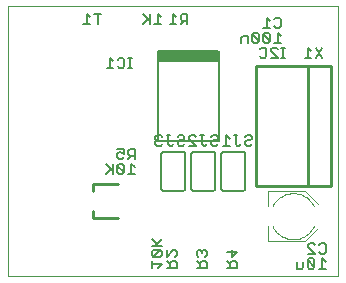
<source format=gbo>
G75*
G70*
%OFA0B0*%
%FSLAX24Y24*%
%IPPOS*%
%LPD*%
%AMOC8*
5,1,8,0,0,1.08239X$1,22.5*
%
%ADD10C,0.0000*%
%ADD11C,0.0080*%
%ADD12R,0.2047X0.0384*%
%ADD13C,0.0060*%
%ADD14C,0.0100*%
%ADD15C,0.0040*%
D10*
X000151Y000151D02*
X000151Y009151D01*
X011151Y009151D01*
X011151Y000151D01*
X000151Y000151D01*
D11*
X005128Y004655D02*
X005128Y007647D01*
X007175Y007647D02*
X007175Y004655D01*
X005128Y004655D01*
D12*
X006151Y007495D03*
D13*
X006121Y008556D02*
X006121Y008896D01*
X005951Y008896D01*
X005894Y008840D01*
X005894Y008726D01*
X005951Y008670D01*
X006121Y008670D01*
X006008Y008670D02*
X005894Y008556D01*
X005753Y008556D02*
X005526Y008556D01*
X005639Y008556D02*
X005639Y008896D01*
X005753Y008783D01*
X005246Y008783D02*
X005133Y008896D01*
X005133Y008556D01*
X005246Y008556D02*
X005019Y008556D01*
X004878Y008556D02*
X004878Y008896D01*
X004821Y008726D02*
X004651Y008556D01*
X004878Y008670D02*
X004651Y008896D01*
X003246Y008896D02*
X003019Y008896D01*
X003133Y008896D02*
X003133Y008556D01*
X002878Y008556D02*
X002651Y008556D01*
X002764Y008556D02*
X002764Y008896D01*
X002878Y008783D01*
X003543Y007427D02*
X003543Y007087D01*
X003656Y007087D02*
X003429Y007087D01*
X003656Y007314D02*
X003543Y007427D01*
X003797Y007371D02*
X003854Y007427D01*
X003968Y007427D01*
X004024Y007371D01*
X004024Y007144D01*
X003968Y007087D01*
X003854Y007087D01*
X003797Y007144D01*
X004156Y007087D02*
X004270Y007087D01*
X004213Y007087D02*
X004213Y007427D01*
X004270Y007427D02*
X004156Y007427D01*
X005114Y004846D02*
X005058Y004790D01*
X005058Y004733D01*
X005114Y004676D01*
X005058Y004620D01*
X005058Y004563D01*
X005114Y004506D01*
X005228Y004506D01*
X005285Y004563D01*
X005171Y004676D02*
X005114Y004676D01*
X005228Y004846D02*
X005285Y004790D01*
X005228Y004846D02*
X005114Y004846D01*
X005426Y004846D02*
X005539Y004846D01*
X005483Y004846D02*
X005483Y004563D01*
X005539Y004506D01*
X005596Y004506D01*
X005653Y004563D01*
X005794Y004563D02*
X005851Y004506D01*
X005964Y004506D01*
X006021Y004563D01*
X005964Y004676D02*
X005851Y004676D01*
X005794Y004620D01*
X005794Y004563D01*
X005964Y004676D02*
X006021Y004733D01*
X006021Y004790D01*
X005964Y004846D01*
X005851Y004846D01*
X005794Y004790D01*
X006183Y004790D02*
X006183Y004733D01*
X006410Y004506D01*
X006183Y004506D01*
X006351Y004301D02*
X006951Y004301D01*
X006968Y004299D01*
X006985Y004295D01*
X007001Y004288D01*
X007015Y004278D01*
X007028Y004265D01*
X007038Y004251D01*
X007045Y004235D01*
X007049Y004218D01*
X007051Y004201D01*
X007051Y003101D01*
X007049Y003084D01*
X007045Y003067D01*
X007038Y003051D01*
X007028Y003037D01*
X007015Y003024D01*
X007001Y003014D01*
X006985Y003007D01*
X006968Y003003D01*
X006951Y003001D01*
X006351Y003001D01*
X006334Y003003D01*
X006317Y003007D01*
X006301Y003014D01*
X006287Y003024D01*
X006274Y003037D01*
X006264Y003051D01*
X006257Y003067D01*
X006253Y003084D01*
X006251Y003101D01*
X006251Y004201D01*
X006253Y004218D01*
X006257Y004235D01*
X006264Y004251D01*
X006274Y004265D01*
X006287Y004278D01*
X006301Y004288D01*
X006317Y004295D01*
X006334Y004299D01*
X006351Y004301D01*
X006608Y004563D02*
X006664Y004506D01*
X006721Y004506D01*
X006778Y004563D01*
X006608Y004563D02*
X006608Y004846D01*
X006664Y004846D02*
X006551Y004846D01*
X006410Y004790D02*
X006353Y004846D01*
X006239Y004846D01*
X006183Y004790D01*
X005951Y004301D02*
X005351Y004301D01*
X005334Y004299D01*
X005317Y004295D01*
X005301Y004288D01*
X005287Y004278D01*
X005274Y004265D01*
X005264Y004251D01*
X005257Y004235D01*
X005253Y004218D01*
X005251Y004201D01*
X005251Y003101D01*
X005253Y003084D01*
X005257Y003067D01*
X005264Y003051D01*
X005274Y003037D01*
X005287Y003024D01*
X005301Y003014D01*
X005317Y003007D01*
X005334Y003003D01*
X005351Y003001D01*
X005951Y003001D01*
X005968Y003003D01*
X005985Y003007D01*
X006001Y003014D01*
X006015Y003024D01*
X006028Y003037D01*
X006038Y003051D01*
X006045Y003067D01*
X006049Y003084D01*
X006051Y003101D01*
X006051Y004201D01*
X006049Y004218D01*
X006045Y004235D01*
X006038Y004251D01*
X006028Y004265D01*
X006015Y004278D01*
X006001Y004288D01*
X005985Y004295D01*
X005968Y004299D01*
X005951Y004301D01*
X006919Y004563D02*
X006976Y004506D01*
X007089Y004506D01*
X007146Y004563D01*
X007089Y004676D02*
X006976Y004676D01*
X006919Y004620D01*
X006919Y004563D01*
X007089Y004676D02*
X007146Y004733D01*
X007146Y004790D01*
X007089Y004846D01*
X006976Y004846D01*
X006919Y004790D01*
X007308Y004506D02*
X007535Y004506D01*
X007421Y004506D02*
X007421Y004846D01*
X007535Y004733D01*
X007676Y004846D02*
X007789Y004846D01*
X007733Y004846D02*
X007733Y004563D01*
X007789Y004506D01*
X007846Y004506D01*
X007903Y004563D01*
X008044Y004563D02*
X008101Y004506D01*
X008214Y004506D01*
X008271Y004563D01*
X008214Y004676D02*
X008101Y004676D01*
X008044Y004620D01*
X008044Y004563D01*
X008214Y004676D02*
X008271Y004733D01*
X008271Y004790D01*
X008214Y004846D01*
X008101Y004846D01*
X008044Y004790D01*
X007951Y004301D02*
X007351Y004301D01*
X007334Y004299D01*
X007317Y004295D01*
X007301Y004288D01*
X007287Y004278D01*
X007274Y004265D01*
X007264Y004251D01*
X007257Y004235D01*
X007253Y004218D01*
X007251Y004201D01*
X007251Y003101D01*
X007253Y003084D01*
X007257Y003067D01*
X007264Y003051D01*
X007274Y003037D01*
X007287Y003024D01*
X007301Y003014D01*
X007317Y003007D01*
X007334Y003003D01*
X007351Y003001D01*
X007951Y003001D01*
X007968Y003003D01*
X007985Y003007D01*
X008001Y003014D01*
X008015Y003024D01*
X008028Y003037D01*
X008038Y003051D01*
X008045Y003067D01*
X008049Y003084D01*
X008051Y003101D01*
X008051Y004201D01*
X008049Y004218D01*
X008045Y004235D01*
X008038Y004251D01*
X008028Y004265D01*
X008015Y004278D01*
X008001Y004288D01*
X007985Y004295D01*
X007968Y004299D01*
X007951Y004301D01*
X004371Y004396D02*
X004371Y004056D01*
X004371Y004170D02*
X004201Y004170D01*
X004144Y004226D01*
X004144Y004340D01*
X004201Y004396D01*
X004371Y004396D01*
X004258Y004170D02*
X004144Y004056D01*
X004003Y004113D02*
X003946Y004056D01*
X003833Y004056D01*
X003776Y004113D01*
X003776Y004226D01*
X003833Y004283D01*
X003889Y004283D01*
X004003Y004226D01*
X004003Y004396D01*
X003776Y004396D01*
X003833Y003896D02*
X003776Y003840D01*
X004003Y003613D01*
X003946Y003556D01*
X003833Y003556D01*
X003776Y003613D01*
X003776Y003840D01*
X003833Y003896D02*
X003946Y003896D01*
X004003Y003840D01*
X004003Y003613D01*
X004144Y003556D02*
X004371Y003556D01*
X004258Y003556D02*
X004258Y003896D01*
X004371Y003783D01*
X003635Y003896D02*
X003635Y003556D01*
X003635Y003670D02*
X003408Y003896D01*
X003578Y003726D02*
X003408Y003556D01*
X004931Y001395D02*
X005101Y001224D01*
X005045Y001168D02*
X005271Y001395D01*
X005271Y001168D02*
X004931Y001168D01*
X004988Y001026D02*
X004931Y000970D01*
X004931Y000856D01*
X004988Y000799D01*
X005215Y001026D01*
X004988Y001026D01*
X005215Y001026D02*
X005271Y000970D01*
X005271Y000856D01*
X005215Y000799D01*
X004988Y000799D01*
X004931Y000658D02*
X004931Y000431D01*
X004931Y000545D02*
X005271Y000545D01*
X005158Y000431D01*
X005431Y000431D02*
X005771Y000431D01*
X005771Y000601D01*
X005715Y000658D01*
X005601Y000658D01*
X005545Y000601D01*
X005545Y000431D01*
X005545Y000545D02*
X005431Y000658D01*
X005431Y000799D02*
X005658Y001026D01*
X005715Y001026D01*
X005771Y000970D01*
X005771Y000856D01*
X005715Y000799D01*
X005431Y000799D02*
X005431Y001026D01*
X006431Y000970D02*
X006431Y000856D01*
X006488Y000799D01*
X006431Y000658D02*
X006545Y000545D01*
X006545Y000601D02*
X006545Y000431D01*
X006431Y000431D02*
X006771Y000431D01*
X006771Y000601D01*
X006715Y000658D01*
X006601Y000658D01*
X006545Y000601D01*
X006715Y000799D02*
X006771Y000856D01*
X006771Y000970D01*
X006715Y001026D01*
X006658Y001026D01*
X006601Y000970D01*
X006545Y001026D01*
X006488Y001026D01*
X006431Y000970D01*
X006601Y000970D02*
X006601Y000913D01*
X007431Y000970D02*
X007771Y000970D01*
X007601Y000799D01*
X007601Y001026D01*
X007601Y000658D02*
X007545Y000601D01*
X007545Y000431D01*
X007545Y000545D02*
X007431Y000658D01*
X007601Y000658D02*
X007715Y000658D01*
X007771Y000601D01*
X007771Y000431D01*
X007431Y000431D01*
X009763Y000406D02*
X009763Y000633D01*
X009989Y000633D02*
X009989Y000463D01*
X009933Y000406D01*
X009763Y000406D01*
X010131Y000463D02*
X010131Y000690D01*
X010358Y000463D01*
X010301Y000406D01*
X010188Y000406D01*
X010131Y000463D01*
X010358Y000463D02*
X010358Y000690D01*
X010301Y000746D01*
X010188Y000746D01*
X010131Y000690D01*
X010138Y000906D02*
X010364Y000906D01*
X010138Y001133D01*
X010138Y001190D01*
X010194Y001246D01*
X010308Y001246D01*
X010364Y001190D01*
X010506Y001190D02*
X010563Y001246D01*
X010676Y001246D01*
X010733Y001190D01*
X010733Y000963D01*
X010676Y000906D01*
X010563Y000906D01*
X010506Y000963D01*
X010613Y000746D02*
X010613Y000406D01*
X010726Y000406D02*
X010499Y000406D01*
X010726Y000633D02*
X010613Y000746D01*
X010621Y007431D02*
X010394Y007771D01*
X010253Y007658D02*
X010139Y007771D01*
X010139Y007431D01*
X010026Y007431D02*
X010253Y007431D01*
X010394Y007431D02*
X010621Y007771D01*
X009371Y007771D02*
X009258Y007771D01*
X009314Y007771D02*
X009314Y007431D01*
X009258Y007431D02*
X009371Y007431D01*
X009126Y007431D02*
X008899Y007658D01*
X008899Y007715D01*
X008956Y007771D01*
X009069Y007771D01*
X009126Y007715D01*
X009133Y007931D02*
X009133Y008271D01*
X009246Y008158D01*
X009246Y007931D02*
X009019Y007931D01*
X008878Y007988D02*
X008651Y008215D01*
X008651Y007988D01*
X008708Y007931D01*
X008821Y007931D01*
X008878Y007988D01*
X008878Y008215D01*
X008821Y008271D01*
X008708Y008271D01*
X008651Y008215D01*
X008510Y008215D02*
X008453Y008271D01*
X008339Y008271D01*
X008283Y008215D01*
X008510Y007988D01*
X008453Y007931D01*
X008339Y007931D01*
X008283Y007988D01*
X008283Y008215D01*
X008141Y008158D02*
X007971Y008158D01*
X007914Y008101D01*
X007914Y007931D01*
X008141Y007931D02*
X008141Y008158D01*
X008510Y008215D02*
X008510Y007988D01*
X008587Y007771D02*
X008701Y007771D01*
X008757Y007715D01*
X008757Y007488D01*
X008701Y007431D01*
X008587Y007431D01*
X008531Y007488D01*
X008531Y007715D02*
X008587Y007771D01*
X008899Y007431D02*
X009126Y007431D01*
X009076Y008431D02*
X009019Y008488D01*
X009076Y008431D02*
X009189Y008431D01*
X009246Y008488D01*
X009246Y008715D01*
X009189Y008771D01*
X009076Y008771D01*
X009019Y008715D01*
X008878Y008658D02*
X008764Y008771D01*
X008764Y008431D01*
X008651Y008431D02*
X008878Y008431D01*
D14*
X008401Y007151D02*
X008401Y003151D01*
X010151Y003151D01*
X010151Y007151D01*
X008401Y007151D01*
X010151Y007151D02*
X010901Y007151D01*
X010901Y003151D01*
X010151Y003151D01*
X003809Y003222D02*
X002962Y003222D01*
X002962Y002986D01*
X002962Y002317D02*
X002962Y002080D01*
X003809Y002080D01*
D15*
X008824Y001817D02*
X008824Y001324D01*
X010045Y001324D01*
X010478Y001757D01*
X010340Y002486D02*
X010314Y002534D01*
X010285Y002581D01*
X010252Y002626D01*
X010216Y002668D01*
X010177Y002707D01*
X010136Y002744D01*
X010092Y002777D01*
X010046Y002808D01*
X009997Y002834D01*
X009947Y002857D01*
X009895Y002877D01*
X009842Y002893D01*
X009788Y002905D01*
X009734Y002913D01*
X009679Y002917D01*
X009623Y002917D01*
X009568Y002913D01*
X009514Y002905D01*
X009460Y002893D01*
X009407Y002877D01*
X009355Y002857D01*
X009305Y002834D01*
X009256Y002808D01*
X009210Y002777D01*
X009166Y002744D01*
X009125Y002707D01*
X009086Y002668D01*
X009050Y002626D01*
X009017Y002581D01*
X008988Y002534D01*
X008962Y002486D01*
X008824Y002486D02*
X008824Y002978D01*
X010045Y002978D01*
X010478Y002545D01*
X010340Y001816D02*
X010314Y001768D01*
X010285Y001721D01*
X010252Y001676D01*
X010216Y001634D01*
X010177Y001595D01*
X010136Y001558D01*
X010092Y001525D01*
X010046Y001494D01*
X009997Y001468D01*
X009947Y001445D01*
X009895Y001425D01*
X009842Y001409D01*
X009788Y001397D01*
X009734Y001389D01*
X009679Y001385D01*
X009623Y001385D01*
X009568Y001389D01*
X009514Y001397D01*
X009460Y001409D01*
X009407Y001425D01*
X009355Y001445D01*
X009305Y001468D01*
X009256Y001494D01*
X009210Y001525D01*
X009166Y001558D01*
X009125Y001595D01*
X009086Y001634D01*
X009050Y001676D01*
X009017Y001721D01*
X008988Y001768D01*
X008962Y001816D01*
M02*

</source>
